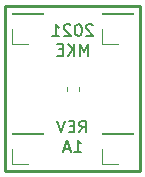
<source format=gbr>
G04 #@! TF.GenerationSoftware,KiCad,Pcbnew,(5.1.8)-1*
G04 #@! TF.CreationDate,2021-06-11T10:05:30-05:00*
G04 #@! TF.ProjectId,Tactile_Switch_Adapter,54616374-696c-4655-9f53-77697463685f,1A*
G04 #@! TF.SameCoordinates,Original*
G04 #@! TF.FileFunction,Legend,Bot*
G04 #@! TF.FilePolarity,Positive*
%FSLAX46Y46*%
G04 Gerber Fmt 4.6, Leading zero omitted, Abs format (unit mm)*
G04 Created by KiCad (PCBNEW (5.1.8)-1) date 2021-06-11 10:05:30*
%MOMM*%
%LPD*%
G01*
G04 APERTURE LIST*
%ADD10C,0.150000*%
G04 #@! TA.AperFunction,Profile*
%ADD11C,0.254000*%
G04 #@! TD*
%ADD12C,0.120000*%
G04 APERTURE END LIST*
D10*
X101714285Y-94642619D02*
X101666666Y-94595000D01*
X101571428Y-94547380D01*
X101333333Y-94547380D01*
X101238095Y-94595000D01*
X101190476Y-94642619D01*
X101142857Y-94737857D01*
X101142857Y-94833095D01*
X101190476Y-94975952D01*
X101761904Y-95547380D01*
X101142857Y-95547380D01*
X100523809Y-94547380D02*
X100428571Y-94547380D01*
X100333333Y-94595000D01*
X100285714Y-94642619D01*
X100238095Y-94737857D01*
X100190476Y-94928333D01*
X100190476Y-95166428D01*
X100238095Y-95356904D01*
X100285714Y-95452142D01*
X100333333Y-95499761D01*
X100428571Y-95547380D01*
X100523809Y-95547380D01*
X100619047Y-95499761D01*
X100666666Y-95452142D01*
X100714285Y-95356904D01*
X100761904Y-95166428D01*
X100761904Y-94928333D01*
X100714285Y-94737857D01*
X100666666Y-94642619D01*
X100619047Y-94595000D01*
X100523809Y-94547380D01*
X99809523Y-94642619D02*
X99761904Y-94595000D01*
X99666666Y-94547380D01*
X99428571Y-94547380D01*
X99333333Y-94595000D01*
X99285714Y-94642619D01*
X99238095Y-94737857D01*
X99238095Y-94833095D01*
X99285714Y-94975952D01*
X99857142Y-95547380D01*
X99238095Y-95547380D01*
X98285714Y-95547380D02*
X98857142Y-95547380D01*
X98571428Y-95547380D02*
X98571428Y-94547380D01*
X98666666Y-94690238D01*
X98761904Y-94785476D01*
X98857142Y-94833095D01*
X101285714Y-97197380D02*
X101285714Y-96197380D01*
X100952380Y-96911666D01*
X100619047Y-96197380D01*
X100619047Y-97197380D01*
X100142857Y-97197380D02*
X100142857Y-96197380D01*
X99571428Y-97197380D02*
X100000000Y-96625952D01*
X99571428Y-96197380D02*
X100142857Y-96768809D01*
X99142857Y-96673571D02*
X98809523Y-96673571D01*
X98666666Y-97197380D02*
X99142857Y-97197380D01*
X99142857Y-96197380D01*
X98666666Y-96197380D01*
X100571428Y-103707380D02*
X100904761Y-103231190D01*
X101142857Y-103707380D02*
X101142857Y-102707380D01*
X100761904Y-102707380D01*
X100666666Y-102755000D01*
X100619047Y-102802619D01*
X100571428Y-102897857D01*
X100571428Y-103040714D01*
X100619047Y-103135952D01*
X100666666Y-103183571D01*
X100761904Y-103231190D01*
X101142857Y-103231190D01*
X100142857Y-103183571D02*
X99809523Y-103183571D01*
X99666666Y-103707380D02*
X100142857Y-103707380D01*
X100142857Y-102707380D01*
X99666666Y-102707380D01*
X99380952Y-102707380D02*
X99047619Y-103707380D01*
X98714285Y-102707380D01*
X100142857Y-105357380D02*
X100714285Y-105357380D01*
X100428571Y-105357380D02*
X100428571Y-104357380D01*
X100523809Y-104500238D01*
X100619047Y-104595476D01*
X100714285Y-104643095D01*
X99761904Y-105071666D02*
X99285714Y-105071666D01*
X99857142Y-105357380D02*
X99523809Y-104357380D01*
X99190476Y-105357380D01*
D11*
X94270000Y-107000000D02*
X105730000Y-107000000D01*
X105730000Y-107000000D02*
X105730000Y-93000000D01*
X94270000Y-93000000D02*
X94270000Y-107000000D01*
X94270000Y-93000000D02*
X105730000Y-93000000D01*
D12*
X100510000Y-100171267D02*
X100510000Y-99828733D01*
X99490000Y-100171267D02*
X99490000Y-99828733D01*
X94860000Y-106410000D02*
X96190000Y-106410000D01*
X94860000Y-105080000D02*
X94860000Y-106410000D01*
X94860000Y-103810000D02*
X97520000Y-103810000D01*
X97520000Y-103810000D02*
X97520000Y-103750000D01*
X94860000Y-103810000D02*
X94860000Y-103750000D01*
X94860000Y-103750000D02*
X97520000Y-103750000D01*
X102480000Y-96250000D02*
X103810000Y-96250000D01*
X102480000Y-94920000D02*
X102480000Y-96250000D01*
X102480000Y-93650000D02*
X105140000Y-93650000D01*
X105140000Y-93650000D02*
X105140000Y-93590000D01*
X102480000Y-93650000D02*
X102480000Y-93590000D01*
X102480000Y-93590000D02*
X105140000Y-93590000D01*
X102480000Y-106410000D02*
X103810000Y-106410000D01*
X102480000Y-105080000D02*
X102480000Y-106410000D01*
X102480000Y-103810000D02*
X105140000Y-103810000D01*
X105140000Y-103810000D02*
X105140000Y-103750000D01*
X102480000Y-103810000D02*
X102480000Y-103750000D01*
X102480000Y-103750000D02*
X105140000Y-103750000D01*
X94860000Y-96250000D02*
X96190000Y-96250000D01*
X94860000Y-94920000D02*
X94860000Y-96250000D01*
X94860000Y-93650000D02*
X97520000Y-93650000D01*
X97520000Y-93650000D02*
X97520000Y-93590000D01*
X94860000Y-93650000D02*
X94860000Y-93590000D01*
X94860000Y-93590000D02*
X97520000Y-93590000D01*
M02*

</source>
